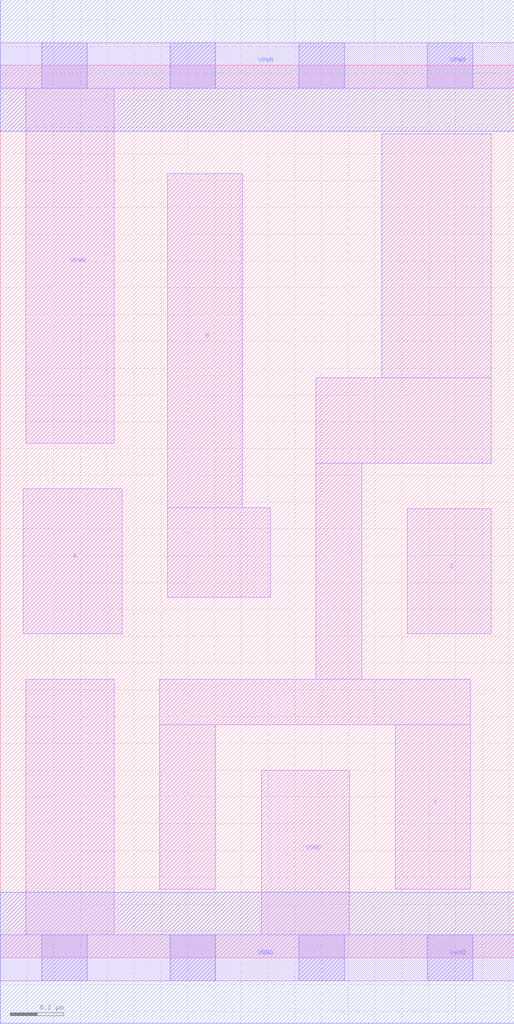
<source format=lef>
# Copyright 2020 The SkyWater PDK Authors
#
# Licensed under the Apache License, Version 2.0 (the "License");
# you may not use this file except in compliance with the License.
# You may obtain a copy of the License at
#
#     https://www.apache.org/licenses/LICENSE-2.0
#
# Unless required by applicable law or agreed to in writing, software
# distributed under the License is distributed on an "AS IS" BASIS,
# WITHOUT WARRANTIES OR CONDITIONS OF ANY KIND, either express or implied.
# See the License for the specific language governing permissions and
# limitations under the License.
#
# SPDX-License-Identifier: Apache-2.0

VERSION 5.7 ;
  NAMESCASESENSITIVE ON ;
  NOWIREEXTENSIONATPIN ON ;
  DIVIDERCHAR "/" ;
  BUSBITCHARS "[]" ;
UNITS
  DATABASE MICRONS 200 ;
END UNITS
MACRO sky130_fd_sc_lp__nor3_1
  CLASS CORE ;
  SOURCE USER ;
  FOREIGN sky130_fd_sc_lp__nor3_1 ;
  ORIGIN  0.000000  0.000000 ;
  SIZE  1.920000 BY  3.330000 ;
  SYMMETRY X Y R90 ;
  SITE unit ;
  PIN A
    ANTENNAGATEAREA  0.315000 ;
    DIRECTION INPUT ;
    USE SIGNAL ;
    PORT
      LAYER li1 ;
        RECT 0.085000 1.210000 0.455000 1.750000 ;
    END
  END A
  PIN B
    ANTENNAGATEAREA  0.315000 ;
    DIRECTION INPUT ;
    USE SIGNAL ;
    PORT
      LAYER li1 ;
        RECT 0.625000 1.345000 1.010000 1.680000 ;
        RECT 0.625000 1.680000 0.905000 2.925000 ;
    END
  END B
  PIN C
    ANTENNAGATEAREA  0.315000 ;
    DIRECTION INPUT ;
    USE SIGNAL ;
    PORT
      LAYER li1 ;
        RECT 1.520000 1.210000 1.835000 1.675000 ;
    END
  END C
  PIN Y
    ANTENNADIFFAREA  0.791700 ;
    DIRECTION OUTPUT ;
    USE SIGNAL ;
    PORT
      LAYER li1 ;
        RECT 0.595000 0.255000 0.805000 0.870000 ;
        RECT 0.595000 0.870000 1.755000 1.040000 ;
        RECT 1.180000 1.040000 1.350000 1.845000 ;
        RECT 1.180000 1.845000 1.835000 2.165000 ;
        RECT 1.425000 2.165000 1.835000 3.075000 ;
        RECT 1.475000 0.255000 1.755000 0.870000 ;
    END
  END Y
  PIN VGND
    DIRECTION INOUT ;
    USE GROUND ;
    PORT
      LAYER li1 ;
        RECT 0.000000 -0.085000 1.920000 0.085000 ;
        RECT 0.095000  0.085000 0.425000 1.040000 ;
        RECT 0.975000  0.085000 1.305000 0.700000 ;
      LAYER mcon ;
        RECT 0.155000 -0.085000 0.325000 0.085000 ;
        RECT 0.635000 -0.085000 0.805000 0.085000 ;
        RECT 1.115000 -0.085000 1.285000 0.085000 ;
        RECT 1.595000 -0.085000 1.765000 0.085000 ;
      LAYER met1 ;
        RECT 0.000000 -0.245000 1.920000 0.245000 ;
    END
  END VGND
  PIN VPWR
    DIRECTION INOUT ;
    USE POWER ;
    PORT
      LAYER li1 ;
        RECT 0.000000 3.245000 1.920000 3.415000 ;
        RECT 0.095000 1.920000 0.425000 3.245000 ;
      LAYER mcon ;
        RECT 0.155000 3.245000 0.325000 3.415000 ;
        RECT 0.635000 3.245000 0.805000 3.415000 ;
        RECT 1.115000 3.245000 1.285000 3.415000 ;
        RECT 1.595000 3.245000 1.765000 3.415000 ;
      LAYER met1 ;
        RECT 0.000000 3.085000 1.920000 3.575000 ;
    END
  END VPWR
END sky130_fd_sc_lp__nor3_1

</source>
